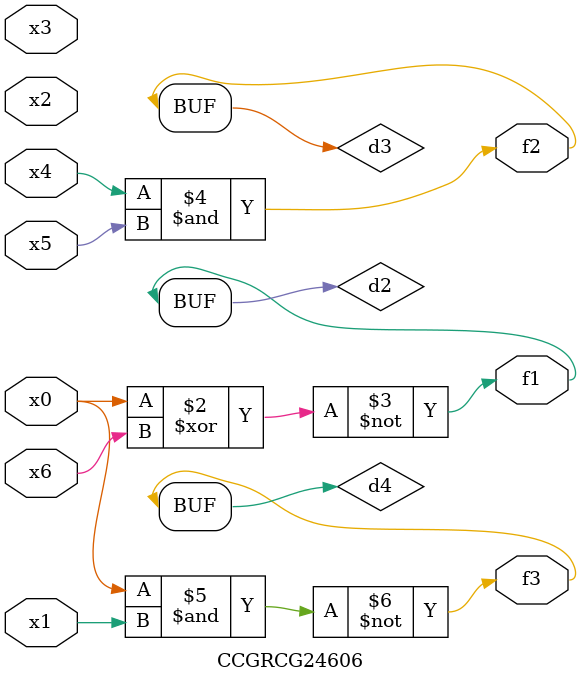
<source format=v>
module CCGRCG24606(
	input x0, x1, x2, x3, x4, x5, x6,
	output f1, f2, f3
);

	wire d1, d2, d3, d4;

	nor (d1, x0);
	xnor (d2, x0, x6);
	and (d3, x4, x5);
	nand (d4, x0, x1);
	assign f1 = d2;
	assign f2 = d3;
	assign f3 = d4;
endmodule

</source>
